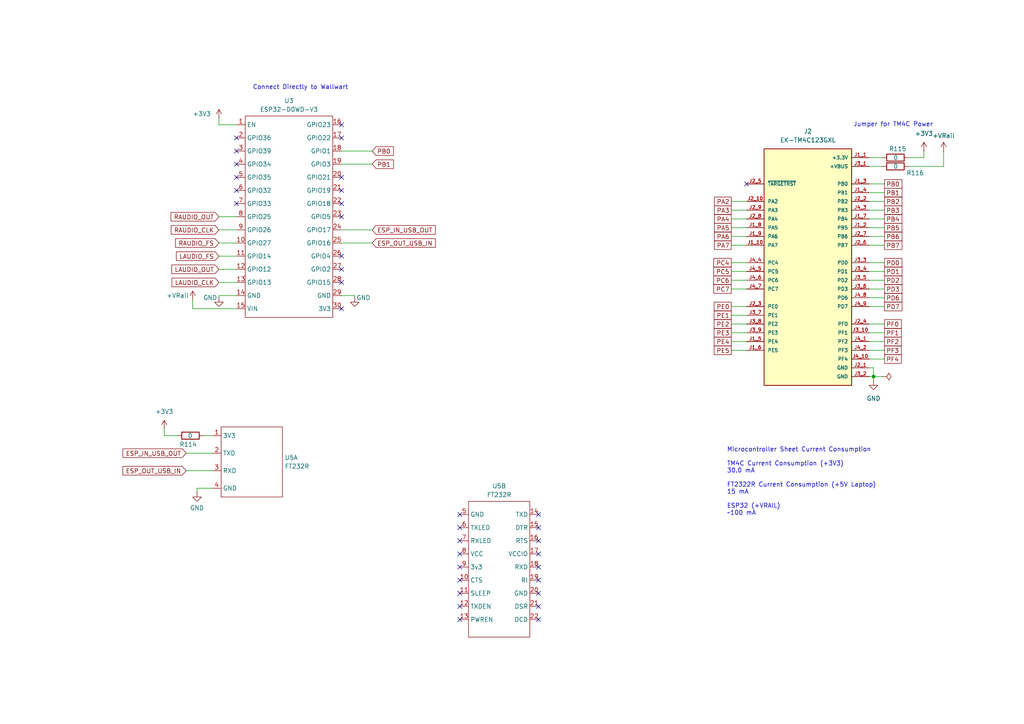
<source format=kicad_sch>
(kicad_sch (version 20250114) (generator "eeschema") (generator_version "9.0")
  (paper "A4")
  (title_block (title "ECE 445L Lab7") (date "2025-10-31") (rev "v1.0.0") (company "The University of Texas at Austin") (comment 1 "Drawn By Ashton Knecht - atk836"))
  (lib_symbols
    (symbol "Device:R" (pin_numbers (hide yes)) (pin_names (offset 0))
      (property "Reference" "R" (at 2.032 0 90))
      (property "Value" "R" (at 0 0 90))
      (symbol "R_0_1"
        (rectangle (start -1.016 -2.54) (end 1.016 2.54) (stroke (width 0.254)))
      )
      (symbol "R_1_1"
        (pin passive line (at 0 3.81 270) (length 1.27) (name "~") (number "1"))
        (pin passive line (at 0 -3.81 90) (length 1.27) (name "~") (number "2"))
      )
    )
    (symbol "ECE445L:EK-TM4C123GXL" (pin_names (offset 1.016))
      (property "Reference" "U?" (at -12.7367 34.3099 0))
      (property "Value" "EK-TM4C123GXL" (at -12.7129 -38.1075 0))
      (symbol "EK-TM4C123GXL_0_0"
        (rectangle (start -12.7 -35.56) (end 12.7 33.02) (stroke (width 0.254)) (fill (type background)))
        (pin input line (at -17.78 22.86 0) (length 5.08) (name "~{TARGETRST}") (number "J2_5"))
        (pin bidirectional line (at -17.78 17.78 0) (length 5.08) (name "PA2") (number "J2_10"))
        (pin bidirectional line (at -17.78 15.24 0) (length 5.08) (name "PA3") (number "J2_9"))
        (pin bidirectional line (at -17.78 12.7 0) (length 5.08) (name "PA4") (number "J2_8"))
        (pin bidirectional line (at -17.78 10.16 0) (length 5.08) (name "PA5") (number "J1_8"))
        (pin bidirectional line (at -17.78 7.62 0) (length 5.08) (name "PA6") (number "J1_9"))
        (pin bidirectional line (at -17.78 5.08 0) (length 5.08) (name "PA7") (number "J1_10"))
        (pin bidirectional line (at -17.78 0 0) (length 5.08) (name "PC4") (number "J4_4"))
        (pin bidirectional line (at -17.78 -2.54 0) (length 5.08) (name "PC5") (number "J4_5"))
        (pin bidirectional line (at -17.78 -5.08 0) (length 5.08) (name "PC6") (number "J4_6"))
        (pin bidirectional line (at -17.78 -7.62 0) (length 5.08) (name "PC7") (number "J4_7"))
        (pin bidirectional line (at -17.78 -12.7 0) (length 5.08) (name "PE0") (number "J2_3"))
        (pin bidirectional line (at -17.78 -15.24 0) (length 5.08) (name "PE1") (number "J3_7"))
        (pin bidirectional line (at -17.78 -17.78 0) (length 5.08) (name "PE2") (number "J3_8"))
        (pin bidirectional line (at -17.78 -20.32 0) (length 5.08) (name "PE3") (number "J3_9"))
        (pin bidirectional line (at -17.78 -22.86 0) (length 5.08) (name "PE4") (number "J1_5"))
        (pin bidirectional line (at -17.78 -25.4 0) (length 5.08) (name "PE5") (number "J1_6"))
        (pin power_in line (at 17.78 30.48 180) (length 5.08) (name "+3.3V") (number "J1_1"))
        (pin power_in line (at 17.78 27.94 180) (length 5.08) (name "+VBUS") (number "J3_1"))
        (pin bidirectional line (at 17.78 22.86 180) (length 5.08) (name "PB0") (number "J1_3"))
        (pin bidirectional line (at 17.78 20.32 180) (length 5.08) (name "PB1") (number "J1_4"))
        (pin bidirectional line (at 17.78 17.78 180) (length 5.08) (name "PB2") (number "J2_2"))
        (pin bidirectional line (at 17.78 15.24 180) (length 5.08) (name "PB3") (number "J4_3"))
        (pin bidirectional line (at 17.78 12.7 180) (length 5.08) (name "PB4") (number "J1_7"))
        (pin bidirectional line (at 17.78 7.62 180) (length 5.08) (name "PB6") (number "J2_7"))
        (pin bidirectional line (at 17.78 5.08 180) (length 5.08) (name "PB7") (number "J2_6"))
        (pin bidirectional line (at 17.78 0 180) (length 5.08) (name "PD0") (number "J3_3"))
        (pin bidirectional line (at 17.78 -2.54 180) (length 5.08) (name "PD1") (number "J3_4"))
        (pin bidirectional line (at 17.78 -5.08 180) (length 5.08) (name "PD2") (number "J3_5"))
        (pin bidirectional line (at 17.78 -7.62 180) (length 5.08) (name "PD3") (number "J3_6"))
        (pin bidirectional line (at 17.78 -10.16 180) (length 5.08) (name "PD6") (number "J4_8"))
        (pin bidirectional line (at 17.78 -12.7 180) (length 5.08) (name "PD7") (number "J4_9"))
        (pin bidirectional line (at 17.78 -17.78 180) (length 5.08) (name "PF0") (number "J2_4"))
        (pin bidirectional line (at 17.78 -20.32 180) (length 5.08) (name "PF1") (number "J3_10"))
        (pin bidirectional line (at 17.78 -22.86 180) (length 5.08) (name "PF2") (number "J4_1"))
        (pin bidirectional line (at 17.78 -25.4 180) (length 5.08) (name "PF3") (number "J4_2"))
        (pin bidirectional line (at 17.78 -27.94 180) (length 5.08) (name "PF4") (number "J4_10"))
        (pin power_in line (at 17.78 -30.48 180) (length 5.08) (name "GND") (number "J2_1"))
        (pin power_in line (at 17.78 -33.02 180) (length 5.08) (name "GND") (number "J3_2"))
      )
      (symbol "EK-TM4C123GXL_1_0"
        (pin bidirectional line (at 17.78 10.16 180) (length 5.08) (name "PB5") (number "J1_2"))
      )
    )
    (symbol "ECE445L:ESP_DOIT_DEVKIT1"
      (property "Reference" "U" (at 0 33.02 0))
      (property "Value" "ESP32-D0WD-V3" (at 0 30.48 0))
      (symbol "ESP_DOIT_DEVKIT1_0_1"
        (rectangle (start -12.7 29.21) (end 12.7 -29.21))
      )
      (symbol "ESP_DOIT_DEVKIT1_1_1"
        (pin input line (at -15.24 26.67 0) (length 2.54) (name "EN") (number "1"))
        (pin bidirectional line (at -15.24 22.86 0) (length 2.54) (name "GPIO36") (number "2"))
        (pin bidirectional line (at -15.24 19.05 0) (length 2.54) (name "GPIO39") (number "3"))
        (pin bidirectional line (at -15.24 15.24 0) (length 2.54) (name "GPIO34") (number "4"))
        (pin bidirectional line (at -15.24 11.43 0) (length 2.54) (name "GPIO35") (number "5"))
        (pin bidirectional line (at -15.24 7.62 0) (length 2.54) (name "GPIO32") (number "6"))
        (pin bidirectional line (at -15.24 3.81 0) (length 2.54) (name "GPIO33") (number "7"))
        (pin bidirectional line (at -15.24 0 0) (length 2.54) (name "GPIO25") (number "8"))
        (pin bidirectional line (at -15.24 -3.81 0) (length 2.54) (name "GPIO26") (number "9"))
        (pin bidirectional line (at -15.24 -7.62 0) (length 2.54) (name "GPIO27") (number "10"))
        (pin bidirectional line (at -15.24 -11.43 0) (length 2.54) (name "GPIO14") (number "11"))
        (pin bidirectional line (at -15.24 -15.24 0) (length 2.54) (name "GPIO12") (number "12"))
        (pin bidirectional line (at -15.24 -19.05 0) (length 2.54) (name "GPIO13") (number "13"))
        (pin power_in line (at -15.24 -22.86 0) (length 2.54) (name "GND") (number "14"))
        (pin power_in line (at -15.24 -26.67 0) (length 2.54) (name "VIN") (number "15"))
        (pin bidirectional line (at 15.24 26.67 180) (length 2.54) (name "GPIO23") (number "16"))
        (pin bidirectional line (at 15.24 22.86 180) (length 2.54) (name "GPIO22") (number "17"))
        (pin bidirectional line (at 15.24 19.05 180) (length 2.54) (name "GPIO1") (number "18"))
        (pin bidirectional line (at 15.24 15.24 180) (length 2.54) (name "GPIO3") (number "19"))
        (pin bidirectional line (at 15.24 11.43 180) (length 2.54) (name "GPIO21") (number "20"))
        (pin bidirectional line (at 15.24 7.62 180) (length 2.54) (name "GPIO19") (number "21"))
        (pin bidirectional line (at 15.24 3.81 180) (length 2.54) (name "GPIO18") (number "22"))
        (pin bidirectional line (at 15.24 0 180) (length 2.54) (name "GPIO5") (number "23"))
        (pin bidirectional line (at 15.24 -3.81 180) (length 2.54) (name "GPIO17") (number "24"))
        (pin bidirectional line (at 15.24 -7.62 180) (length 2.54) (name "GPIO16") (number "25"))
        (pin bidirectional line (at 15.24 -11.43 180) (length 2.54) (name "GPIO4") (number "26"))
        (pin bidirectional line (at 15.24 -15.24 180) (length 2.54) (name "GPIO2") (number "27"))
        (pin bidirectional line (at 15.24 -19.05 180) (length 2.54) (name "GPIO15") (number "28"))
        (pin power_in line (at 15.24 -22.86 180) (length 2.54) (name "GND") (number "29"))
        (pin power_in line (at 15.24 -26.67 180) (length 2.54) (name "3V3") (number "30"))
      )
    )
    (symbol "ECE445L:FT232R-Breakout"
      (property "Reference" "U5" (at 10.16 1.2701 0))
      (property "Value" "~" (at 10.16 -1.2699 0))
      (symbol "FT232R-Breakout_1_1"
        (rectangle (start -8.89 10.16) (end 8.89 -10.16))
        (pin bidirectional line (at -11.43 7.62 0) (length 2.54) (name "3V3") (number "1"))
        (pin bidirectional line (at -11.43 2.54 0) (length 2.54) (name "TXD") (number "2"))
        (pin bidirectional line (at -11.43 -2.54 0) (length 2.54) (name "RXD") (number "3"))
        (pin power_in line (at -11.43 -7.62 0) (length 2.54) (name "GND") (number "4"))
      )
      (symbol "FT232R-Breakout_2_1"
        (rectangle (start -8.89 19.05) (end 8.89 -20.32))
        (pin bidirectional line (at -11.43 15.24 0) (length 2.54) (name "GND") (number "5"))
        (pin bidirectional line (at -11.43 11.43 0) (length 2.54) (name "TXLED") (number "6"))
        (pin bidirectional line (at -11.43 7.62 0) (length 2.54) (name "RXLED") (number "7"))
        (pin bidirectional line (at -11.43 3.81 0) (length 2.54) (name "VCC") (number "8"))
        (pin bidirectional line (at -11.43 0 0) (length 2.54) (name "3v3") (number "9"))
        (pin bidirectional line (at -11.43 -3.81 0) (length 2.54) (name "CTS") (number "10"))
        (pin bidirectional line (at -11.43 -7.62 0) (length 2.54) (name "SLEEP") (number "11"))
        (pin bidirectional line (at -11.43 -11.43 0) (length 2.54) (name "TXDEN") (number "12"))
        (pin bidirectional line (at -11.43 -15.24 0) (length 2.54) (name "PWREN") (number "13"))
        (pin bidirectional line (at 11.43 15.24 180) (length 2.54) (name "TXD") (number "14"))
        (pin bidirectional line (at 11.43 11.43 180) (length 2.54) (name "DTR") (number "15"))
        (pin bidirectional line (at 11.43 7.62 180) (length 2.54) (name "RTS") (number "16"))
        (pin bidirectional line (at 11.43 3.81 180) (length 2.54) (name "VCCIO") (number "17"))
        (pin bidirectional line (at 11.43 0 180) (length 2.54) (name "RXD") (number "18"))
        (pin bidirectional line (at 11.43 -3.81 180) (length 2.54) (name "RI") (number "19"))
        (pin bidirectional line (at 11.43 -7.62 180) (length 2.54) (name "GND") (number "20"))
        (pin bidirectional line (at 11.43 -11.43 180) (length 2.54) (name "DSR") (number "21"))
        (pin bidirectional line (at 11.43 -15.24 180) (length 2.54) (name "DCD") (number "22"))
      )
    )
    (symbol "FT232R-Breakout_1"
      (property "Reference" "U5" (at 10.16 1.2701 0))
      (property "Value" "~" (at 10.16 -1.2699 0))
      (symbol "FT232R-Breakout_1_1_1"
        (rectangle (start -8.89 10.16) (end 8.89 -10.16))
        (pin bidirectional line (at -11.43 7.62 0) (length 2.54) (name "3V3") (number "1"))
        (pin bidirectional line (at -11.43 2.54 0) (length 2.54) (name "TXD") (number "2"))
        (pin bidirectional line (at -11.43 -2.54 0) (length 2.54) (name "RXD") (number "3"))
        (pin power_in line (at -11.43 -7.62 0) (length 2.54) (name "GND") (number "4"))
      )
      (symbol "FT232R-Breakout_1_2_1"
        (rectangle (start -8.89 19.05) (end 8.89 -20.32))
        (pin bidirectional line (at -11.43 15.24 0) (length 2.54) (name "GND") (number "5"))
        (pin bidirectional line (at -11.43 11.43 0) (length 2.54) (name "TXLED") (number "6"))
        (pin bidirectional line (at -11.43 7.62 0) (length 2.54) (name "RXLED") (number "7"))
        (pin bidirectional line (at -11.43 3.81 0) (length 2.54) (name "VCC") (number "8"))
        (pin bidirectional line (at -11.43 0 0) (length 2.54) (name "3v3") (number "9"))
        (pin bidirectional line (at -11.43 -3.81 0) (length 2.54) (name "CTS") (number "10"))
        (pin bidirectional line (at -11.43 -7.62 0) (length 2.54) (name "SLEEP") (number "11"))
        (pin bidirectional line (at -11.43 -11.43 0) (length 2.54) (name "TXDEN") (number "12"))
        (pin bidirectional line (at -11.43 -15.24 0) (length 2.54) (name "PWREN") (number "13"))
        (pin bidirectional line (at 11.43 15.24 180) (length 2.54) (name "TXD") (number "14"))
        (pin bidirectional line (at 11.43 11.43 180) (length 2.54) (name "DTR") (number "15"))
        (pin bidirectional line (at 11.43 7.62 180) (length 2.54) (name "RTS") (number "16"))
        (pin bidirectional line (at 11.43 3.81 180) (length 2.54) (name "VCCIO") (number "17"))
        (pin bidirectional line (at 11.43 0 180) (length 2.54) (name "RXD") (number "18"))
        (pin bidirectional line (at 11.43 -3.81 180) (length 2.54) (name "RI") (number "19"))
        (pin bidirectional line (at 11.43 -7.62 180) (length 2.54) (name "GND") (number "20"))
        (pin bidirectional line (at 11.43 -11.43 180) (length 2.54) (name "DSR") (number "21"))
        (pin bidirectional line (at 11.43 -15.24 180) (length 2.54) (name "DCD") (number "22"))
      )
    )
    (symbol "power:+3V3" (power) (pin_numbers (hide yes)) (pin_names (offset 0) (hide yes))
      (property "Value" "+3V3" (at 0 3.556 0))
      (symbol "+3V3_0_1"
        (polyline (pts (xy -0.762 1.27) (xy 0 2.54)))
        (polyline (pts (xy 0 2.54) (xy 0.762 1.27)))
        (polyline (pts (xy 0 0) (xy 0 2.54)))
      )
      (symbol "+3V3_1_1"
        (pin power_in line (at 0 0 90) (length 0) (name "~") (number "1"))
      )
    )
    (symbol "power:+5V" (power) (pin_numbers (hide yes)) (pin_names (offset 0) (hide yes))
      (property "Value" "+5V" (at 0 3.556 0))
      (symbol "+5V_0_1"
        (polyline (pts (xy -0.762 1.27) (xy 0 2.54)))
        (polyline (pts (xy 0 2.54) (xy 0.762 1.27)))
        (polyline (pts (xy 0 0) (xy 0 2.54)))
      )
      (symbol "+5V_1_1"
        (pin power_in line (at 0 0 90) (length 0) (name "~") (number "1"))
      )
    )
    (symbol "power:GND" (power) (pin_numbers (hide yes)) (pin_names (offset 0) (hide yes))
      (property "Value" "GND" (at 0 -3.81 0))
      (symbol "GND_0_1"
        (polyline (pts (xy 0 0) (xy 0 -1.27) (xy 1.27 -1.27) (xy 0 -2.54) (xy -1.27 -1.27) (xy 0 -1.27)))
      )
      (symbol "GND_1_1"
        (pin power_in line (at 0 0 270) (length 0) (name "~") (number "1"))
      )
    )
    (symbol "power:PWR_FLAG" (power) (pin_numbers (hide yes)) (pin_names (offset 0) (hide yes))
      (property "Value" "PWR_FLAG" (at 0 3.81 0))
      (symbol "PWR_FLAG_0_0"
        (pin power_out line (at 0 0 90) (length 0) (name "~") (number "1"))
      )
      (symbol "PWR_FLAG_0_1"
        (polyline (pts (xy 0 0) (xy 0 1.27) (xy -1.016 1.905) (xy 0 2.54) (xy 1.016 1.905) (xy 0 1.27)))
      )
    )
  )
  (text "Microcontroller Sheet Current Consumption\n\nTM4C Current Consumption (+3V3)\n30.0 mA\n\nFT2322R Current Consumption (+5V Laptop)\n15 mA\n\nESP32 (+VRAIL)\n~100 mA" (at 210.82 139.7 0) (effects (font (size 1.27 1.27)) (justify left)))
  (text "Connect Directly to Wallwart " (at 87.63 25.4 0) (effects (font (size 1.27 1.27))))
  (text "Jumper for TM4C Power" (at 259.08 36.195 0) (effects (font (size 1.27 1.27))))
  (junction (at 253.365 109.22))
  (no_connect (at 133.35 160.655))
  (no_connect (at 156.21 175.895))
  (no_connect (at 156.21 164.465))
  (no_connect (at 99.06 78.105))
  (no_connect (at 133.35 164.465))
  (no_connect (at 133.35 172.085))
  (no_connect (at 133.35 175.895))
  (no_connect (at 133.35 149.225))
  (no_connect (at 68.58 55.245))
  (no_connect (at 99.06 81.915))
  (no_connect (at 133.35 168.275))
  (no_connect (at 68.58 47.625))
  (no_connect (at 68.58 59.055))
  (no_connect (at 99.06 62.865))
  (no_connect (at 133.35 179.705))
  (no_connect (at 156.21 168.275))
  (no_connect (at 99.06 55.245))
  (no_connect (at 68.58 40.005))
  (no_connect (at 99.06 36.195))
  (no_connect (at 99.06 89.535))
  (no_connect (at 133.35 156.845))
  (no_connect (at 216.535 53.34))
  (no_connect (at 156.21 156.845))
  (no_connect (at 99.06 59.055))
  (no_connect (at 156.21 149.225))
  (no_connect (at 99.06 40.005))
  (no_connect (at 99.06 74.295))
  (no_connect (at 156.21 172.085))
  (no_connect (at 156.21 153.035))
  (no_connect (at 156.21 179.705))
  (no_connect (at 99.06 51.435))
  (no_connect (at 68.58 43.815))
  (no_connect (at 68.58 51.435))
  (no_connect (at 133.35 153.035))
  (no_connect (at 156.21 160.655))
  (wire (pts (xy 212.09 60.96) (xy 216.535 60.96)))
  (wire (pts (xy 53.975 136.525) (xy 61.595 136.525)))
  (wire (pts (xy 252.095 78.74) (xy 256.54 78.74)))
  (wire (pts (xy 263.525 45.72) (xy 267.97 45.72)))
  (wire (pts (xy 252.095 71.12) (xy 256.54 71.12)))
  (wire (pts (xy 55.88 86.995) (xy 55.88 89.535)))
  (wire (pts (xy 63.5 74.295) (xy 68.58 74.295)))
  (wire (pts (xy 212.09 88.9) (xy 216.535 88.9)))
  (wire (pts (xy 212.09 91.44) (xy 216.535 91.44)))
  (wire (pts (xy 252.095 45.72) (xy 255.905 45.72)))
  (wire (pts (xy 63.5 81.915) (xy 68.58 81.915)))
  (wire (pts (xy 212.09 78.74) (xy 216.535 78.74)))
  (wire (pts (xy 99.06 43.815) (xy 107.95 43.815)))
  (wire (pts (xy 252.095 81.28) (xy 256.54 81.28)))
  (wire (pts (xy 212.09 58.42) (xy 216.535 58.42)))
  (wire (pts (xy 61.595 141.605) (xy 57.15 141.605)))
  (wire (pts (xy 253.365 106.68) (xy 253.365 109.22)))
  (wire (pts (xy 252.095 83.82) (xy 256.54 83.82)))
  (wire (pts (xy 252.095 68.58) (xy 256.54 68.58)))
  (wire (pts (xy 212.09 71.12) (xy 216.535 71.12)))
  (wire (pts (xy 63.5 36.195) (xy 68.58 36.195)))
  (wire (pts (xy 252.095 86.36) (xy 256.54 86.36)))
  (wire (pts (xy 53.975 131.445) (xy 61.595 131.445)))
  (wire (pts (xy 57.15 141.605) (xy 57.15 142.875)))
  (wire (pts (xy 273.685 48.26) (xy 263.525 48.26)))
  (wire (pts (xy 212.09 96.52) (xy 216.535 96.52)))
  (wire (pts (xy 99.06 70.485) (xy 107.95 70.485)))
  (wire (pts (xy 267.97 43.815) (xy 267.97 45.72)))
  (wire (pts (xy 63.5 78.105) (xy 68.58 78.105)))
  (wire (pts (xy 252.095 66.04) (xy 256.54 66.04)))
  (wire (pts (xy 252.095 60.96) (xy 256.54 60.96)))
  (wire (pts (xy 252.095 96.52) (xy 256.54 96.52)))
  (wire (pts (xy 212.09 76.2) (xy 216.535 76.2)))
  (wire (pts (xy 63.5 85.725) (xy 63.5 86.36)))
  (wire (pts (xy 252.095 76.2) (xy 256.54 76.2)))
  (wire (pts (xy 255.905 109.22) (xy 253.365 109.22)))
  (wire (pts (xy 63.5 85.725) (xy 68.58 85.725)))
  (wire (pts (xy 212.09 66.04) (xy 216.535 66.04)))
  (wire (pts (xy 253.365 109.22) (xy 252.095 109.22)))
  (wire (pts (xy 252.095 104.14) (xy 256.54 104.14)))
  (wire (pts (xy 212.09 81.28) (xy 216.535 81.28)))
  (wire (pts (xy 252.095 106.68) (xy 253.365 106.68)))
  (wire (pts (xy 273.685 43.815) (xy 273.685 48.26)))
  (wire (pts (xy 63.5 62.865) (xy 68.58 62.865)))
  (wire (pts (xy 102.87 85.725) (xy 99.06 85.725)))
  (wire (pts (xy 252.095 63.5) (xy 256.54 63.5)))
  (wire (pts (xy 252.095 101.6) (xy 256.54 101.6)))
  (wire (pts (xy 63.5 34.29) (xy 63.5 36.195)))
  (wire (pts (xy 63.5 66.675) (xy 68.58 66.675)))
  (wire (pts (xy 212.09 101.6) (xy 216.535 101.6)))
  (wire (pts (xy 212.09 93.98) (xy 216.535 93.98)))
  (wire (pts (xy 212.09 99.06) (xy 216.535 99.06)))
  (wire (pts (xy 59.055 126.365) (xy 61.595 126.365)))
  (wire (pts (xy 212.09 68.58) (xy 216.535 68.58)))
  (wire (pts (xy 253.365 110.49) (xy 253.365 109.22)))
  (wire (pts (xy 252.095 48.26) (xy 255.905 48.26)))
  (wire (pts (xy 212.09 83.82) (xy 216.535 83.82)))
  (wire (pts (xy 252.095 58.42) (xy 256.54 58.42)))
  (wire (pts (xy 252.095 93.98) (xy 256.54 93.98)))
  (wire (pts (xy 252.095 55.88) (xy 256.54 55.88)))
  (wire (pts (xy 252.095 53.34) (xy 256.54 53.34)))
  (wire (pts (xy 102.87 86.36) (xy 102.87 85.725)))
  (wire (pts (xy 63.5 70.485) (xy 68.58 70.485)))
  (wire (pts (xy 99.06 47.625) (xy 107.95 47.625)))
  (wire (pts (xy 252.095 99.06) (xy 256.54 99.06)))
  (wire (pts (xy 212.09 63.5) (xy 216.535 63.5)))
  (wire (pts (xy 47.625 126.365) (xy 51.435 126.365)))
  (wire (pts (xy 252.095 88.9) (xy 256.54 88.9)))
  (wire (pts (xy 47.625 124.46) (xy 47.625 126.365)))
  (wire (pts (xy 99.06 66.675) (xy 107.95 66.675)))
  (wire (pts (xy 55.88 89.535) (xy 68.58 89.535)))
  (global_label "PC5" (shape passive) (at 212.09 78.74 180) (property "Intersheetrefs" "${INTERSHEET_REFS}" (effects (hide yes))))
  (global_label "PD2" (shape passive) (at 256.54 81.28 0) (property "Intersheetrefs" "${INTERSHEET_REFS}" (effects (hide yes))))
  (global_label "RAUDIO_FS" (shape input) (at 63.5 70.485 180) (property "Intersheetrefs" "${INTERSHEET_REFS}" (effects (hide yes))))
  (global_label "PF4" (shape passive) (at 256.54 104.14 0) (property "Intersheetrefs" "${INTERSHEET_REFS}" (effects (hide yes))))
  (global_label "LAUDIO_CLK" (shape input) (at 63.5 81.915 180) (property "Intersheetrefs" "${INTERSHEET_REFS}" (effects (hide yes))))
  (global_label "PF0" (shape passive) (at 256.54 93.98 0) (property "Intersheetrefs" "${INTERSHEET_REFS}" (effects (hide yes))))
  (global_label "PB7" (shape passive) (at 256.54 71.12 0) (property "Intersheetrefs" "${INTERSHEET_REFS}" (effects (hide yes))))
  (global_label "PD3" (shape passive) (at 256.54 83.82 0) (property "Intersheetrefs" "${INTERSHEET_REFS}" (effects (hide yes))))
  (global_label "PB1" (shape passive) (at 256.54 55.88 0) (property "Intersheetrefs" "${INTERSHEET_REFS}" (effects (hide yes))))
  (global_label "PB0" (shape passive) (at 256.54 53.34 0) (property "Intersheetrefs" "${INTERSHEET_REFS}" (effects (hide yes))))
  (global_label "PB1" (shape input) (at 107.95 47.625 0) (property "Intersheetrefs" "${INTERSHEET_REFS}" (effects (hide yes))))
  (global_label "PD7" (shape passive) (at 256.54 88.9 0) (property "Intersheetrefs" "${INTERSHEET_REFS}" (effects (hide yes))))
  (global_label "PC6" (shape passive) (at 212.09 81.28 180) (property "Intersheetrefs" "${INTERSHEET_REFS}" (effects (hide yes))))
  (global_label "ESP_OUT_USB_IN" (shape input) (at 53.975 136.525 180) (property "Intersheetrefs" "${INTERSHEET_REFS}" (effects (hide yes))))
  (global_label "PB0" (shape input) (at 107.95 43.815 0) (property "Intersheetrefs" "${INTERSHEET_REFS}" (effects (hide yes))))
  (global_label "ESP_OUT_USB_IN" (shape input) (at 107.95 70.485 0) (property "Intersheetrefs" "${INTERSHEET_REFS}" (effects (hide yes))))
  (global_label "PE2" (shape passive) (at 212.09 93.98 180) (property "Intersheetrefs" "${INTERSHEET_REFS}" (effects (hide yes))))
  (global_label "PE1" (shape passive) (at 212.09 91.44 180) (property "Intersheetrefs" "${INTERSHEET_REFS}" (effects (hide yes))))
  (global_label "PF2" (shape passive) (at 256.54 99.06 0) (property "Intersheetrefs" "${INTERSHEET_REFS}" (effects (hide yes))))
  (global_label "PD6" (shape passive) (at 256.54 86.36 0) (property "Intersheetrefs" "${INTERSHEET_REFS}" (effects (hide yes))))
  (global_label "PB2" (shape passive) (at 256.54 58.42 0) (property "Intersheetrefs" "${INTERSHEET_REFS}" (effects (hide yes))))
  (global_label "PA3" (shape passive) (at 212.09 60.96 180) (property "Intersheetrefs" "${INTERSHEET_REFS}" (effects (hide yes))))
  (global_label "ESP_IN_USB_OUT" (shape input) (at 107.95 66.675 0) (property "Intersheetrefs" "${INTERSHEET_REFS}" (effects (hide yes))))
  (global_label "PC7" (shape passive) (at 212.09 83.82 180) (property "Intersheetrefs" "${INTERSHEET_REFS}" (effects (hide yes))))
  (global_label "PB4" (shape passive) (at 256.54 63.5 0) (property "Intersheetrefs" "${INTERSHEET_REFS}" (effects (hide yes))))
  (global_label "PF1" (shape passive) (at 256.54 96.52 0) (property "Intersheetrefs" "${INTERSHEET_REFS}" (effects (hide yes))))
  (global_label "PA4" (shape passive) (at 212.09 63.5 180) (property "Intersheetrefs" "${INTERSHEET_REFS}" (effects (hide yes))))
  (global_label "PB6" (shape passive) (at 256.54 68.58 0) (property "Intersheetrefs" "${INTERSHEET_REFS}" (effects (hide yes))))
  (global_label "PA2" (shape passive) (at 212.09 58.42 180) (property "Intersheetrefs" "${INTERSHEET_REFS}" (effects (hide yes))))
  (global_label "PE4" (shape passive) (at 212.09 99.06 180) (property "Intersheetrefs" "${INTERSHEET_REFS}" (effects (hide yes))))
  (global_label "PE3" (shape passive) (at 212.09 96.52 180) (property "Intersheetrefs" "${INTERSHEET_REFS}" (effects (hide yes))))
  (global_label "RAUDIO_OUT" (shape input) (at 63.5 62.865 180) (property "Intersheetrefs" "${INTERSHEET_REFS}" (effects (hide yes))))
  (global_label "PB3" (shape passive) (at 256.54 60.96 0) (property "Intersheetrefs" "${INTERSHEET_REFS}" (effects (hide yes))))
  (global_label "PE5" (shape passive) (at 212.09 101.6 180) (property "Intersheetrefs" "${INTERSHEET_REFS}" (effects (hide yes))))
  (global_label "PA7" (shape passive) (at 212.09 71.12 180) (property "Intersheetrefs" "${INTERSHEET_REFS}" (effects (hide yes))))
  (global_label "PA6" (shape passive) (at 212.09 68.58 180) (property "Intersheetrefs" "${INTERSHEET_REFS}" (effects (hide yes))))
  (global_label "ESP_IN_USB_OUT" (shape input) (at 53.975 131.445 180) (property "Intersheetrefs" "${INTERSHEET_REFS}" (effects (hide yes))))
  (global_label "RAUDIO_CLK" (shape input) (at 63.5 66.675 180) (property "Intersheetrefs" "${INTERSHEET_REFS}" (effects (hide yes))))
  (global_label "PE0" (shape passive) (at 212.09 88.9 180) (property "Intersheetrefs" "${INTERSHEET_REFS}" (effects (hide yes))))
  (global_label "LAUDIO_FS" (shape input) (at 63.5 74.295 180) (property "Intersheetrefs" "${INTERSHEET_REFS}" (effects (hide yes))))
  (global_label "LAUDIO_OUT" (shape input) (at 63.5 78.105 180) (property "Intersheetrefs" "${INTERSHEET_REFS}" (effects (hide yes))))
  (global_label "PD1" (shape passive) (at 256.54 78.74 0) (property "Intersheetrefs" "${INTERSHEET_REFS}" (effects (hide yes))))
  (global_label "PC4" (shape passive) (at 212.09 76.2 180) (property "Intersheetrefs" "${INTERSHEET_REFS}" (effects (hide yes))))
  (global_label "PB5" (shape passive) (at 256.54 66.04 0) (property "Intersheetrefs" "${INTERSHEET_REFS}" (effects (hide yes))))
  (global_label "PD0" (shape passive) (at 256.54 76.2 0) (property "Intersheetrefs" "${INTERSHEET_REFS}" (effects (hide yes))))
  (global_label "PA5" (shape passive) (at 212.09 66.04 180) (property "Intersheetrefs" "${INTERSHEET_REFS}" (effects (hide yes))))
  (global_label "PF3" (shape passive) (at 256.54 101.6 0) (property "Intersheetrefs" "${INTERSHEET_REFS}" (effects (hide yes))))
  (symbol (lib_id "ECE445L:FT232R-Breakout") (at 144.78 164.465 0) (unit 2)
    (property "Reference" "U5" (at 144.78 140.97 0))
    (property "Value" "FT232R" (at 144.78 143.51 0))
  )
  (symbol (lib_name "FT232R-Breakout_1") (lib_id "ECE445L:FT232R-Breakout") (at 73.025 133.985 0) (unit 1)
    (property "Reference" "U5" (at 82.55 132.7149 0) (effects (justify left)))
    (property "Value" "FT232R" (at 82.55 135.2549 0) (effects (justify left)))
    (property "Footprint" "ECE445L:FT232R-Breakout" (effects (hide yes)))
  )
  (symbol (lib_id "power:GND") (at 57.15 142.875 0) (unit 1)
    (property "Reference" "#PWR034" (effects (hide yes)))
    (property "Value" "GND" (at 57.15 147.32 0))
    (property "Description" "Power symbol creates a global label with name \"GND\" , ground" (effects (hide yes)))
  )
  (symbol (lib_id "ECE445L:EK-TM4C123GXL") (at 234.315 76.2 0) (unit 1)
    (property "Reference" "J2" (at 234.315 38.1 0))
    (property "Value" "EK-TM4C123GXL" (at 234.315 40.64 0))
    (property "Footprint" "ECE445L:ti_EKTM4C123GXL" (effects (hide yes)))
    (property "Datasheet" "https://www.ti.com/lit/ds/symlink/tm4c123gh6pm.pdf?ts=1693244962384&ref_url=https%253A%252F%252Fwww.google.com%252F" (effects (hide yes)))
    (property "Distributor" "Mouser" (effects (hide yes)))
    (property "Manufacturer" "Texas Instruments" (effects (hide yes)))
    (property "P/N" "EK-TM4C123GXL" (effects (hide yes)))
    (property "Cost" "22.60" (effects (hide yes)))
  )
  (symbol (lib_id "ECE445L:ESP_DOIT_DEVKIT1") (at 83.82 62.865 0) (unit 1)
    (property "Reference" "U3" (at 83.82 29.21 0))
    (property "Value" "ESP32-D0WD-V3" (at 83.82 31.75 0))
    (property "Footprint" "ECE445L:ESP32_30pin" (effects (hide yes)))
  )
  (symbol (lib_id "power:GND") (at 63.5 86.36 0) (unit 1)
    (property "Reference" "#PWR016" (effects (hide yes)))
    (property "Value" "GND" (at 60.96 86.36 0))
    (property "Description" "Power symbol creates a global label with name \"GND\" , ground" (effects (hide yes)))
  )
  (symbol (lib_id "Device:R") (at 259.715 45.72 270) (unit 1)
    (property "Reference" "R115" (at 257.81 43.18 90) (effects (justify left)))
    (property "Value" "0" (at 259.08 45.72 90) (effects (justify left)))
    (property "Footprint" "Resistor_SMD:R_0603_1608Metric_Pad0.98x0.95mm_HandSolder" (effects (hide yes)))
    (property "Description" "Resistor" (effects (hide yes)))
  )
  (symbol (lib_id "Device:R") (at 55.245 126.365 90) (unit 1)
    (property "Reference" "R114" (at 57.15 128.905 90) (effects (justify left)))
    (property "Value" "0" (at 55.88 126.365 90) (effects (justify left)))
    (property "Footprint" "Resistor_SMD:R_0603_1608Metric_Pad0.98x0.95mm_HandSolder" (effects (hide yes)))
    (property "Description" "Resistor" (effects (hide yes)))
  )
  (symbol (lib_id "power:+5V") (at 63.5 34.29 0) (unit 1)
    (property "Reference" "#PWR015" (effects (hide yes)))
    (property "Value" "+3V3" (at 55.88 33.02 0) (effects (justify left)))
    (property "Description" "Power symbol creates a global label with name \"+5V\"" (effects (hide yes)))
  )
  (symbol (lib_id "power:+3V3") (at 267.97 43.815 0) (unit 1)
    (property "Reference" "#PWR014" (effects (hide yes)))
    (property "Value" "+3V3" (at 267.97 38.735 0))
    (property "Description" "Power symbol creates a global label with name \"+3V3\"" (effects (hide yes)))
  )
  (symbol (lib_id "power:+3V3") (at 273.685 43.815 0) (unit 1)
    (property "Reference" "#PWR018" (effects (hide yes)))
    (property "Value" "+VRail" (at 273.685 39.37 0))
    (property "Description" "Power symbol creates a global label with name \"+3V3\"" (effects (hide yes)))
  )
  (symbol (lib_id "power:PWR_FLAG") (at 255.905 109.22 270) (unit 1)
    (property "Reference" "#FLG02" (effects (hide yes)))
    (property "Value" "PWR_FLAG" (effects (hide yes)))
    (property "Description" "Special symbol for telling ERC where power comes from" (effects (hide yes)))
  )
  (symbol (lib_id "power:GND") (at 102.87 86.36 0) (unit 1)
    (property "Reference" "#PWR017" (effects (hide yes)))
    (property "Value" "GND" (at 105.41 86.36 0))
    (property "Description" "Power symbol creates a global label with name \"GND\" , ground" (effects (hide yes)))
  )
  (symbol (lib_id "power:+5V") (at 55.88 86.995 0) (unit 1)
    (property "Reference" "#PWR012" (effects (hide yes)))
    (property "Value" "+VRail" (at 48.26 85.725 0) (effects (justify left)))
    (property "Description" "Power symbol creates a global label with name \"+5V\"" (effects (hide yes)))
  )
  (symbol (lib_id "Device:R") (at 259.715 48.26 270) (unit 1)
    (property "Reference" "R116" (at 262.89 50.165 90) (effects (justify left)))
    (property "Value" "0" (at 259.08 48.26 90) (effects (justify left)))
    (property "Footprint" "Resistor_SMD:R_0603_1608Metric_Pad0.98x0.95mm_HandSolder" (effects (hide yes)))
    (property "Description" "Resistor" (effects (hide yes)))
  )
  (symbol (lib_id "power:+3V3") (at 47.625 124.46 0) (unit 1)
    (property "Reference" "#PWR033" (effects (hide yes)))
    (property "Value" "+3V3" (at 47.625 119.38 0))
    (property "Description" "Power symbol creates a global label with name \"+3V3\"" (effects (hide yes)))
  )
  (symbol (lib_id "power:GND") (at 253.365 110.49 0) (unit 1)
    (property "Reference" "#PWR013" (effects (hide yes)))
    (property "Value" "GND" (at 253.365 115.57 0))
    (property "Description" "Power symbol creates a global label with name \"GND\" , ground" (effects (hide yes)))
  )
)
</source>
